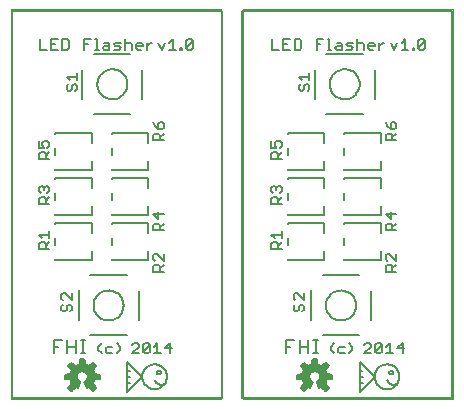
<source format=gto>
G75*
G70*
%OFA0B0*%
%FSLAX25Y25*%
%IPPOS*%
%LPD*%
%AMOC8*
5,1,8,0,0,1.08239X$1,22.5*
%
%ADD10C,0.00500*%
%ADD11C,0.00590*%
%ADD15C,0.00800*%
%ADD18C,0.00600*%
%ADD19C,0.00000*%
X0010000Y0010000D02*
G75*
%LPD*%
D19*
X0010000Y0010000D02*
X0010000Y0139960D01*
X0079950Y0139960D01*
X0079950Y0010000D01*
X0010000Y0010000D01*
D15*
X0024150Y0025400D02*
X0024150Y0029600D01*
X0026950Y0029600D01*
X0025550Y0027500D02*
X0024150Y0027500D01*
X0028750Y0027500D02*
X0031560Y0027500D01*
X0031560Y0029600D02*
X0031560Y0025400D01*
X0033360Y0025400D02*
X0034760Y0025400D01*
X0034060Y0025400D02*
X0034060Y0029600D01*
X0033360Y0029600D02*
X0034760Y0029600D01*
X0036440Y0031250D02*
X0048560Y0031250D01*
X0052500Y0036370D02*
X0052500Y0046130D01*
X0048560Y0051250D02*
X0036440Y0051250D01*
X0032500Y0046250D02*
X0032500Y0036370D01*
X0028750Y0029600D02*
X0028750Y0025400D01*
X0037500Y0041250D02*
X0037520Y0041690D01*
X0037580Y0042130D01*
X0037680Y0042560D01*
X0037810Y0042980D01*
X0037980Y0043390D01*
X0038190Y0043780D01*
X0038430Y0044150D01*
X0038700Y0044500D01*
X0039000Y0044820D01*
X0039330Y0045120D01*
X0039690Y0045380D01*
X0040060Y0045620D01*
X0040460Y0045810D01*
X0040870Y0045980D01*
X0041300Y0046100D01*
X0041730Y0046190D01*
X0042170Y0046240D01*
X0042610Y0046250D01*
X0043050Y0046220D01*
X0043490Y0046150D01*
X0043920Y0046040D01*
X0044340Y0045900D01*
X0044740Y0045720D01*
X0045130Y0045500D01*
X0045490Y0045260D01*
X0045830Y0044980D01*
X0046150Y0044670D01*
X0046440Y0044330D01*
X0046700Y0043970D01*
X0046920Y0043590D01*
X0047110Y0043190D01*
X0047260Y0042770D01*
X0047380Y0042350D01*
X0047460Y0041910D01*
X0047500Y0041470D01*
X0047500Y0041030D01*
X0047460Y0040590D01*
X0047380Y0040150D01*
X0047260Y0039730D01*
X0047110Y0039310D01*
X0046920Y0038910D01*
X0046700Y0038530D01*
X0046440Y0038170D01*
X0046150Y0037830D01*
X0045830Y0037520D01*
X0045490Y0037240D01*
X0045130Y0037000D01*
X0044740Y0036780D01*
X0044340Y0036600D01*
X0043920Y0036460D01*
X0043490Y0036350D01*
X0043050Y0036280D01*
X0042610Y0036250D01*
X0042170Y0036260D01*
X0041730Y0036310D01*
X0041300Y0036400D01*
X0040870Y0036520D01*
X0040460Y0036690D01*
X0040060Y0036880D01*
X0039690Y0037120D01*
X0039330Y0037380D01*
X0039000Y0037680D01*
X0038700Y0038000D01*
X0038430Y0038350D01*
X0038190Y0038720D01*
X0037980Y0039110D01*
X0037810Y0039520D01*
X0037680Y0039940D01*
X0037580Y0040370D01*
X0037520Y0040810D01*
X0037500Y0041250D01*
X0048750Y0022500D02*
X0048750Y0019500D01*
X0049650Y0019500D01*
X0048750Y0019500D02*
X0048750Y0017500D01*
X0049750Y0017500D01*
X0048750Y0017500D02*
X0048750Y0015500D01*
X0049750Y0015500D01*
X0048750Y0015500D02*
X0048750Y0012500D01*
X0053750Y0017500D01*
X0048750Y0022500D01*
X0053730Y0017500D02*
X0053750Y0017900D01*
X0053810Y0018300D01*
X0053910Y0018700D01*
X0054040Y0019080D01*
X0054220Y0019440D01*
X0054420Y0019790D01*
X0054670Y0020110D01*
X0054940Y0020410D01*
X0055240Y0020680D01*
X0055560Y0020930D01*
X0055910Y0021130D01*
X0056270Y0021310D01*
X0056650Y0021440D01*
X0057050Y0021540D01*
X0057450Y0021600D01*
X0057850Y0021620D01*
X0058250Y0021600D01*
X0058650Y0021540D01*
X0059050Y0021440D01*
X0059430Y0021310D01*
X0059790Y0021130D01*
X0060140Y0020930D01*
X0060460Y0020680D01*
X0060760Y0020410D01*
X0061030Y0020110D01*
X0061280Y0019790D01*
X0061480Y0019440D01*
X0061660Y0019080D01*
X0061790Y0018700D01*
X0061890Y0018300D01*
X0061950Y0017900D01*
X0061970Y0017500D01*
X0061950Y0017100D01*
X0061890Y0016700D01*
X0061790Y0016300D01*
X0061660Y0015920D01*
X0061480Y0015560D01*
X0061280Y0015210D01*
X0061030Y0014890D01*
X0060760Y0014590D01*
X0060460Y0014320D01*
X0060140Y0014070D01*
X0059790Y0013870D01*
X0059430Y0013690D01*
X0059050Y0013560D01*
X0058650Y0013460D01*
X0058250Y0013400D01*
X0057850Y0013380D01*
X0057450Y0013400D01*
X0057050Y0013460D01*
X0056650Y0013560D01*
X0056270Y0013690D01*
X0055910Y0013870D01*
X0055560Y0014070D01*
X0055240Y0014320D01*
X0054940Y0014590D01*
X0054670Y0014890D01*
X0054420Y0015210D01*
X0054220Y0015560D01*
X0054040Y0015920D01*
X0053910Y0016300D01*
X0053810Y0016700D01*
X0053750Y0017100D01*
X0053730Y0017500D01*
X0058610Y0018900D02*
X0058630Y0019050D01*
X0058680Y0019200D01*
X0058770Y0019320D01*
X0058890Y0019430D01*
X0059020Y0019500D01*
X0059170Y0019540D01*
X0059330Y0019540D01*
X0059480Y0019500D01*
X0059610Y0019430D01*
X0059730Y0019320D01*
X0059820Y0019200D01*
X0059870Y0019050D01*
X0059890Y0018900D01*
X0059870Y0018750D01*
X0059820Y0018600D01*
X0059730Y0018480D01*
X0059610Y0018370D01*
X0059480Y0018300D01*
X0059330Y0018260D01*
X0059170Y0018260D01*
X0059020Y0018300D01*
X0058890Y0018370D01*
X0058770Y0018480D01*
X0058680Y0018600D01*
X0058630Y0018750D01*
X0058610Y0018900D01*
X0057950Y0016400D02*
X0058040Y0016140D01*
X0058150Y0015900D01*
X0058290Y0015680D01*
X0058470Y0015470D01*
X0058660Y0015290D01*
X0058880Y0015140D01*
X0059120Y0015010D01*
X0059370Y0014920D01*
X0059630Y0014860D01*
X0059890Y0014830D01*
X0060160Y0014840D01*
X0060420Y0014880D01*
X0060680Y0014950D01*
X0060920Y0015060D01*
X0061150Y0015200D01*
X0049810Y0105000D02*
X0037690Y0105000D01*
X0033750Y0110120D02*
X0033750Y0119880D01*
X0037690Y0125000D02*
X0049810Y0125000D01*
X0053750Y0119880D02*
X0053750Y0110000D01*
X0038750Y0115000D02*
X0038770Y0115440D01*
X0038830Y0115880D01*
X0038930Y0116310D01*
X0039060Y0116730D01*
X0039230Y0117140D01*
X0039440Y0117530D01*
X0039680Y0117900D01*
X0039950Y0118250D01*
X0040250Y0118570D01*
X0040580Y0118870D01*
X0040940Y0119130D01*
X0041310Y0119370D01*
X0041710Y0119560D01*
X0042120Y0119730D01*
X0042550Y0119850D01*
X0042980Y0119940D01*
X0043420Y0119990D01*
X0043860Y0120000D01*
X0044300Y0119970D01*
X0044740Y0119900D01*
X0045170Y0119790D01*
X0045590Y0119650D01*
X0045990Y0119470D01*
X0046380Y0119250D01*
X0046740Y0119010D01*
X0047080Y0118730D01*
X0047400Y0118420D01*
X0047690Y0118080D01*
X0047950Y0117720D01*
X0048170Y0117340D01*
X0048360Y0116940D01*
X0048510Y0116520D01*
X0048630Y0116100D01*
X0048710Y0115660D01*
X0048750Y0115220D01*
X0048750Y0114780D01*
X0048710Y0114340D01*
X0048630Y0113900D01*
X0048510Y0113480D01*
X0048360Y0113060D01*
X0048170Y0112660D01*
X0047950Y0112280D01*
X0047690Y0111920D01*
X0047400Y0111580D01*
X0047080Y0111270D01*
X0046740Y0110990D01*
X0046380Y0110750D01*
X0045990Y0110530D01*
X0045590Y0110350D01*
X0045170Y0110210D01*
X0044740Y0110100D01*
X0044300Y0110030D01*
X0043860Y0110000D01*
X0043420Y0110010D01*
X0042980Y0110060D01*
X0042550Y0110150D01*
X0042120Y0110270D01*
X0041710Y0110440D01*
X0041310Y0110630D01*
X0040940Y0110870D01*
X0040580Y0111130D01*
X0040250Y0111430D01*
X0039950Y0111750D01*
X0039680Y0112100D01*
X0039440Y0112470D01*
X0039230Y0112860D01*
X0039060Y0113270D01*
X0038930Y0113690D01*
X0038830Y0114120D01*
X0038770Y0114560D01*
X0038750Y0115000D01*
D18*
X0031950Y0114390D02*
X0031950Y0113250D01*
X0031380Y0112680D01*
X0030250Y0113250D02*
X0030250Y0114390D01*
X0030820Y0114950D01*
X0031380Y0114950D01*
X0031950Y0114390D01*
X0030250Y0113250D02*
X0029680Y0112680D01*
X0029110Y0112680D01*
X0028550Y0113250D01*
X0028550Y0114390D01*
X0029110Y0114950D01*
X0029680Y0116370D02*
X0028550Y0117500D01*
X0031950Y0117500D01*
X0031950Y0116370D02*
X0031950Y0118640D01*
X0034410Y0126550D02*
X0034410Y0129950D01*
X0036680Y0129950D01*
X0038090Y0129950D02*
X0038660Y0129950D01*
X0038660Y0126550D01*
X0038090Y0126550D02*
X0039230Y0126550D01*
X0040550Y0127120D02*
X0041110Y0126550D01*
X0042810Y0126550D01*
X0042810Y0128250D01*
X0042250Y0128820D01*
X0041110Y0128820D01*
X0041110Y0127680D02*
X0042810Y0127680D01*
X0044230Y0128250D02*
X0044800Y0127680D01*
X0045930Y0127680D01*
X0046500Y0127120D01*
X0045930Y0126550D01*
X0044230Y0126550D01*
X0044230Y0128250D02*
X0044800Y0128820D01*
X0046500Y0128820D01*
X0047910Y0128250D02*
X0048480Y0128820D01*
X0049610Y0128820D01*
X0050180Y0128250D01*
X0050180Y0126550D01*
X0051600Y0127120D02*
X0051600Y0128250D01*
X0052160Y0128820D01*
X0053300Y0128820D01*
X0053860Y0128250D01*
X0053860Y0127680D01*
X0051600Y0127680D01*
X0051600Y0127120D02*
X0052160Y0126550D01*
X0053300Y0126550D01*
X0055280Y0126550D02*
X0055280Y0128820D01*
X0056410Y0128820D02*
X0055280Y0127680D01*
X0056410Y0128820D02*
X0056980Y0128820D01*
X0059050Y0128820D02*
X0060180Y0126550D01*
X0061320Y0128820D01*
X0062730Y0128820D02*
X0063870Y0129950D01*
X0063870Y0126550D01*
X0065000Y0126550D02*
X0062730Y0126550D01*
X0066420Y0126550D02*
X0066980Y0126550D01*
X0066980Y0127120D01*
X0066420Y0127120D01*
X0066420Y0126550D01*
X0068260Y0127120D02*
X0068830Y0126550D01*
X0069960Y0126550D01*
X0070530Y0127120D01*
X0070530Y0129390D01*
X0068260Y0127120D01*
X0068260Y0129390D01*
X0068830Y0129950D01*
X0069960Y0129950D01*
X0070530Y0129390D01*
X0060260Y0102260D02*
X0059690Y0102260D01*
X0059120Y0101690D01*
X0059120Y0099990D01*
X0060260Y0099990D01*
X0060830Y0100560D01*
X0060830Y0101690D01*
X0060260Y0102260D01*
X0057990Y0101130D02*
X0059120Y0099990D01*
X0059120Y0098580D02*
X0059690Y0098010D01*
X0059690Y0096310D01*
X0059690Y0097440D02*
X0060830Y0098580D01*
X0060830Y0096310D02*
X0057420Y0096310D01*
X0057420Y0098010D01*
X0057990Y0098580D01*
X0059120Y0098580D01*
X0057990Y0101130D02*
X0057420Y0102260D01*
X0047910Y0126550D02*
X0047910Y0129950D01*
X0041110Y0127680D02*
X0040550Y0127120D01*
X0035540Y0128250D02*
X0034410Y0128250D01*
X0029310Y0127120D02*
X0029310Y0129390D01*
X0028740Y0129950D01*
X0027040Y0129950D01*
X0027040Y0126550D01*
X0028740Y0126550D01*
X0029310Y0127120D01*
X0025630Y0126550D02*
X0023360Y0126550D01*
X0023360Y0129950D01*
X0025630Y0129950D01*
X0024490Y0128250D02*
X0023360Y0128250D01*
X0021940Y0126550D02*
X0019680Y0126550D01*
X0019680Y0129950D01*
X0019300Y0096010D02*
X0019300Y0093740D01*
X0021000Y0093740D01*
X0020430Y0094880D01*
X0020430Y0095440D01*
X0021000Y0096010D01*
X0022130Y0096010D01*
X0022700Y0095440D01*
X0022700Y0094310D01*
X0022130Y0093740D01*
X0022700Y0092330D02*
X0021570Y0091190D01*
X0021570Y0091760D02*
X0021570Y0090060D01*
X0021570Y0091760D02*
X0021000Y0092330D01*
X0019870Y0092330D01*
X0019300Y0091760D01*
X0019300Y0090060D01*
X0022700Y0090060D01*
X0022130Y0081010D02*
X0021570Y0081010D01*
X0021000Y0080440D01*
X0021000Y0079880D01*
X0021000Y0080440D02*
X0020430Y0081010D01*
X0019870Y0081010D01*
X0019300Y0080440D01*
X0019300Y0079310D01*
X0019870Y0078740D01*
X0019870Y0077330D02*
X0021000Y0077330D01*
X0021570Y0076760D01*
X0021570Y0075060D01*
X0021570Y0076190D02*
X0022700Y0077330D01*
X0022130Y0078740D02*
X0022700Y0079310D01*
X0022700Y0080440D01*
X0022130Y0081010D01*
X0019870Y0077330D02*
X0019300Y0076760D01*
X0019300Y0075060D01*
X0022700Y0075060D01*
X0022700Y0066010D02*
X0022700Y0063740D01*
X0022700Y0064880D02*
X0019300Y0064880D01*
X0020430Y0063740D01*
X0019870Y0062330D02*
X0021000Y0062330D01*
X0021570Y0061760D01*
X0021570Y0060060D01*
X0021570Y0061190D02*
X0022700Y0062330D01*
X0022700Y0060060D02*
X0019300Y0060060D01*
X0019300Y0061760D01*
X0019870Y0062330D01*
X0027360Y0045250D02*
X0026800Y0044680D01*
X0026800Y0043550D01*
X0027360Y0042980D01*
X0027360Y0041570D02*
X0026800Y0041000D01*
X0026800Y0039870D01*
X0027360Y0039300D01*
X0027930Y0039300D01*
X0028500Y0039870D01*
X0028500Y0041000D01*
X0029070Y0041570D01*
X0029630Y0041570D01*
X0030200Y0041000D01*
X0030200Y0039870D01*
X0029630Y0039300D01*
X0030200Y0042980D02*
X0027930Y0045250D01*
X0027360Y0045250D01*
X0030200Y0045250D02*
X0030200Y0042980D01*
X0040180Y0028700D02*
X0039050Y0027570D01*
X0039050Y0026430D01*
X0040180Y0025300D01*
X0041510Y0025870D02*
X0042070Y0025300D01*
X0043770Y0025300D01*
X0045190Y0025300D02*
X0046320Y0026430D01*
X0046320Y0027570D01*
X0045190Y0028700D01*
X0043770Y0027570D02*
X0042070Y0027570D01*
X0041510Y0027000D01*
X0041510Y0025870D01*
X0050300Y0025300D02*
X0052570Y0027570D01*
X0052570Y0028140D01*
X0052000Y0028700D01*
X0050870Y0028700D01*
X0050300Y0028140D01*
X0050300Y0025300D02*
X0052570Y0025300D01*
X0053980Y0025870D02*
X0056250Y0028140D01*
X0056250Y0025870D01*
X0055680Y0025300D01*
X0054550Y0025300D01*
X0053980Y0025870D01*
X0053980Y0028140D01*
X0054550Y0028700D01*
X0055680Y0028700D01*
X0056250Y0028140D01*
X0057670Y0027570D02*
X0058800Y0028700D01*
X0058800Y0025300D01*
X0057670Y0025300D02*
X0059930Y0025300D01*
X0061350Y0027000D02*
X0063620Y0027000D01*
X0063050Y0025300D02*
X0063050Y0028700D01*
X0061350Y0027000D01*
X0060830Y0052560D02*
X0057420Y0052560D01*
X0057420Y0054260D01*
X0057990Y0054830D01*
X0059120Y0054830D01*
X0059690Y0054260D01*
X0059690Y0052560D01*
X0059690Y0053690D02*
X0060830Y0054830D01*
X0060830Y0056240D02*
X0058560Y0058510D01*
X0057990Y0058510D01*
X0057420Y0057940D01*
X0057420Y0056810D01*
X0057990Y0056240D01*
X0060830Y0056240D02*
X0060830Y0058510D01*
X0060830Y0066310D02*
X0057420Y0066310D01*
X0057420Y0068010D01*
X0057990Y0068580D01*
X0059120Y0068580D01*
X0059690Y0068010D01*
X0059690Y0066310D01*
X0059690Y0067440D02*
X0060830Y0068580D01*
X0059120Y0069990D02*
X0059120Y0072260D01*
X0057420Y0071690D02*
X0059120Y0069990D01*
X0057420Y0071690D02*
X0060830Y0071690D01*
D11*
X0034470Y0023360D02*
X0033030Y0023360D01*
X0032840Y0021460D01*
X0032200Y0021250D01*
X0031600Y0020940D01*
X0030110Y0022150D01*
X0029100Y0021140D01*
X0030310Y0019650D01*
X0030000Y0019050D01*
X0029790Y0018410D01*
X0027890Y0018220D01*
X0027890Y0016780D01*
X0029790Y0016590D01*
X0030000Y0015950D01*
X0030310Y0015350D01*
X0029100Y0013860D01*
X0030110Y0012850D01*
X0031600Y0014060D01*
X0032200Y0013750D01*
X0033040Y0015790D01*
X0032670Y0016010D01*
X0032350Y0016300D01*
X0032110Y0016660D01*
X0031960Y0017070D01*
X0031900Y0017500D01*
X0031960Y0017940D01*
X0032110Y0018350D01*
X0032360Y0018720D01*
X0032690Y0019010D01*
X0033080Y0019220D01*
X0033510Y0019330D01*
X0033950Y0019330D01*
X0034380Y0019230D01*
X0034770Y0019030D01*
X0035110Y0018750D01*
X0035370Y0018390D01*
X0035530Y0017980D01*
X0035590Y0017540D01*
X0035550Y0017100D01*
X0035400Y0016680D01*
X0035160Y0016310D01*
X0034840Y0016010D01*
X0034460Y0015790D01*
X0035300Y0013750D01*
X0035900Y0014060D01*
X0037390Y0012850D01*
X0038400Y0013860D01*
X0037190Y0015350D01*
X0037500Y0015950D01*
X0037710Y0016590D01*
X0039610Y0016780D01*
X0039610Y0018220D01*
X0037710Y0018410D01*
X0037500Y0019050D01*
X0037190Y0019650D01*
X0038400Y0021140D01*
X0037390Y0022150D01*
X0035900Y0020940D01*
X0035300Y0021250D01*
X0034660Y0021460D01*
X0034470Y0023360D01*
X0034480Y0023240D02*
X0033020Y0023240D01*
X0032960Y0022660D02*
X0034540Y0022660D01*
X0034600Y0022090D02*
X0032900Y0022090D01*
X0032840Y0021510D02*
X0034660Y0021510D01*
X0036600Y0021510D02*
X0038030Y0021510D01*
X0038240Y0020940D02*
X0029260Y0020940D01*
X0029470Y0021510D02*
X0030900Y0021510D01*
X0030200Y0022090D02*
X0030050Y0022090D01*
X0029730Y0020360D02*
X0037770Y0020360D01*
X0037300Y0019780D02*
X0030200Y0019780D01*
X0030080Y0019210D02*
X0033060Y0019210D01*
X0032310Y0018630D02*
X0029860Y0018630D01*
X0027890Y0018060D02*
X0032000Y0018060D01*
X0031910Y0017480D02*
X0027890Y0017480D01*
X0027890Y0016910D02*
X0032020Y0016910D01*
X0032330Y0016330D02*
X0029880Y0016330D01*
X0030100Y0015760D02*
X0033030Y0015760D01*
X0032790Y0015180D02*
X0030170Y0015180D01*
X0029700Y0014600D02*
X0032550Y0014600D01*
X0032310Y0014030D02*
X0031650Y0014030D01*
X0031560Y0014030D02*
X0029230Y0014030D01*
X0029510Y0013450D02*
X0030860Y0013450D01*
X0030150Y0012880D02*
X0030080Y0012880D01*
X0034710Y0015180D02*
X0037330Y0015180D01*
X0037400Y0015760D02*
X0034470Y0015760D01*
X0035170Y0016330D02*
X0037620Y0016330D01*
X0037800Y0014600D02*
X0034950Y0014600D01*
X0035190Y0014030D02*
X0035850Y0014030D01*
X0035940Y0014030D02*
X0038270Y0014030D01*
X0037990Y0013450D02*
X0036640Y0013450D01*
X0037350Y0012880D02*
X0037420Y0012880D01*
X0035480Y0016910D02*
X0039610Y0016910D01*
X0039610Y0017480D02*
X0035590Y0017480D01*
X0035500Y0018060D02*
X0039610Y0018060D01*
X0037640Y0018630D02*
X0035190Y0018630D01*
X0034430Y0019210D02*
X0037420Y0019210D01*
X0037300Y0022090D02*
X0037450Y0022090D01*
D10*
X0036960Y0056400D02*
X0024750Y0056400D01*
X0024750Y0056590D01*
X0024750Y0061320D02*
X0024750Y0063680D01*
X0024750Y0068410D02*
X0024750Y0068600D01*
X0036960Y0068600D01*
X0036960Y0065450D01*
X0036960Y0059550D02*
X0036960Y0056400D01*
X0043500Y0056400D02*
X0055710Y0056400D01*
X0055710Y0059550D01*
X0055710Y0065450D02*
X0055710Y0068600D01*
X0043500Y0068600D01*
X0043500Y0068410D01*
X0043500Y0071400D02*
X0055710Y0071400D01*
X0055710Y0074550D01*
X0055710Y0080450D02*
X0055710Y0083600D01*
X0043500Y0083600D01*
X0043500Y0083410D01*
X0043500Y0086400D02*
X0055710Y0086400D01*
X0055710Y0089550D01*
X0055710Y0095450D02*
X0055710Y0098600D01*
X0043500Y0098600D01*
X0043500Y0098410D01*
X0043500Y0093680D02*
X0043500Y0091320D01*
X0043500Y0086590D02*
X0043500Y0086400D01*
X0043500Y0078680D02*
X0043500Y0076320D01*
X0043500Y0071590D02*
X0043500Y0071400D01*
X0043500Y0063680D02*
X0043500Y0061320D01*
X0043500Y0056590D02*
X0043500Y0056400D01*
X0036960Y0071400D02*
X0036960Y0074550D01*
X0036960Y0071400D02*
X0024750Y0071400D01*
X0024750Y0071590D01*
X0024750Y0076320D02*
X0024750Y0078680D01*
X0024750Y0083410D02*
X0024750Y0083600D01*
X0036960Y0083600D01*
X0036960Y0080450D01*
X0036960Y0086400D02*
X0036960Y0089550D01*
X0036960Y0086400D02*
X0024750Y0086400D01*
X0024750Y0086590D01*
X0024750Y0091320D02*
X0024750Y0093680D01*
X0024750Y0098410D02*
X0024750Y0098600D01*
X0036960Y0098600D01*
X0036960Y0095450D01*
D15*
X0010400Y0010400D02*
X0010400Y0139560D01*
X0010400Y0139560D02*
X0080350Y0139560D01*
X0080350Y0139560D02*
X0080350Y0010400D01*
X0010400Y0010400D01*
X0087450Y0010000D02*
G75*
%LPD*%
D19*
X0087450Y0010000D02*
X0087450Y0139960D01*
X0157400Y0139960D01*
X0157400Y0010000D01*
X0087450Y0010000D01*
D15*
X0101600Y0025400D02*
X0101600Y0029600D01*
X0104400Y0029600D01*
X0103000Y0027500D02*
X0101600Y0027500D01*
X0106200Y0027500D02*
X0109010Y0027500D01*
X0109010Y0029600D02*
X0109010Y0025400D01*
X0110810Y0025400D02*
X0112210Y0025400D01*
X0111510Y0025400D02*
X0111510Y0029600D01*
X0110810Y0029600D02*
X0112210Y0029600D01*
X0113890Y0031250D02*
X0126010Y0031250D01*
X0129950Y0036370D02*
X0129950Y0046130D01*
X0126010Y0051250D02*
X0113890Y0051250D01*
X0109950Y0046250D02*
X0109950Y0036370D01*
X0106200Y0029600D02*
X0106200Y0025400D01*
X0114950Y0041250D02*
X0114970Y0041690D01*
X0115030Y0042130D01*
X0115130Y0042560D01*
X0115260Y0042980D01*
X0115430Y0043390D01*
X0115640Y0043780D01*
X0115880Y0044150D01*
X0116150Y0044500D01*
X0116450Y0044820D01*
X0116780Y0045120D01*
X0117140Y0045380D01*
X0117510Y0045620D01*
X0117910Y0045810D01*
X0118320Y0045980D01*
X0118750Y0046100D01*
X0119180Y0046190D01*
X0119620Y0046240D01*
X0120060Y0046250D01*
X0120500Y0046220D01*
X0120940Y0046150D01*
X0121370Y0046040D01*
X0121790Y0045900D01*
X0122190Y0045720D01*
X0122580Y0045500D01*
X0122940Y0045260D01*
X0123280Y0044980D01*
X0123600Y0044670D01*
X0123890Y0044330D01*
X0124150Y0043970D01*
X0124370Y0043590D01*
X0124560Y0043190D01*
X0124710Y0042770D01*
X0124830Y0042350D01*
X0124910Y0041910D01*
X0124950Y0041470D01*
X0124950Y0041030D01*
X0124910Y0040590D01*
X0124830Y0040150D01*
X0124710Y0039730D01*
X0124560Y0039310D01*
X0124370Y0038910D01*
X0124150Y0038530D01*
X0123890Y0038170D01*
X0123600Y0037830D01*
X0123280Y0037520D01*
X0122940Y0037240D01*
X0122580Y0037000D01*
X0122190Y0036780D01*
X0121790Y0036600D01*
X0121370Y0036460D01*
X0120940Y0036350D01*
X0120500Y0036280D01*
X0120060Y0036250D01*
X0119620Y0036260D01*
X0119180Y0036310D01*
X0118750Y0036400D01*
X0118320Y0036520D01*
X0117910Y0036690D01*
X0117510Y0036880D01*
X0117140Y0037120D01*
X0116780Y0037380D01*
X0116450Y0037680D01*
X0116150Y0038000D01*
X0115880Y0038350D01*
X0115640Y0038720D01*
X0115430Y0039110D01*
X0115260Y0039520D01*
X0115130Y0039940D01*
X0115030Y0040370D01*
X0114970Y0040810D01*
X0114950Y0041250D01*
X0126200Y0022500D02*
X0126200Y0019500D01*
X0127100Y0019500D01*
X0126200Y0019500D02*
X0126200Y0017500D01*
X0127200Y0017500D01*
X0126200Y0017500D02*
X0126200Y0015500D01*
X0127200Y0015500D01*
X0126200Y0015500D02*
X0126200Y0012500D01*
X0131200Y0017500D01*
X0126200Y0022500D01*
X0131180Y0017500D02*
X0131200Y0017900D01*
X0131260Y0018300D01*
X0131360Y0018700D01*
X0131490Y0019080D01*
X0131670Y0019440D01*
X0131870Y0019790D01*
X0132120Y0020110D01*
X0132390Y0020410D01*
X0132690Y0020680D01*
X0133010Y0020930D01*
X0133360Y0021130D01*
X0133720Y0021310D01*
X0134100Y0021440D01*
X0134500Y0021540D01*
X0134900Y0021600D01*
X0135300Y0021620D01*
X0135700Y0021600D01*
X0136100Y0021540D01*
X0136500Y0021440D01*
X0136880Y0021310D01*
X0137240Y0021130D01*
X0137590Y0020930D01*
X0137910Y0020680D01*
X0138210Y0020410D01*
X0138480Y0020110D01*
X0138730Y0019790D01*
X0138930Y0019440D01*
X0139110Y0019080D01*
X0139240Y0018700D01*
X0139340Y0018300D01*
X0139400Y0017900D01*
X0139420Y0017500D01*
X0139400Y0017100D01*
X0139340Y0016700D01*
X0139240Y0016300D01*
X0139110Y0015920D01*
X0138930Y0015560D01*
X0138730Y0015210D01*
X0138480Y0014890D01*
X0138210Y0014590D01*
X0137910Y0014320D01*
X0137590Y0014070D01*
X0137240Y0013870D01*
X0136880Y0013690D01*
X0136500Y0013560D01*
X0136100Y0013460D01*
X0135700Y0013400D01*
X0135300Y0013380D01*
X0134900Y0013400D01*
X0134500Y0013460D01*
X0134100Y0013560D01*
X0133720Y0013690D01*
X0133360Y0013870D01*
X0133010Y0014070D01*
X0132690Y0014320D01*
X0132390Y0014590D01*
X0132120Y0014890D01*
X0131870Y0015210D01*
X0131670Y0015560D01*
X0131490Y0015920D01*
X0131360Y0016300D01*
X0131260Y0016700D01*
X0131200Y0017100D01*
X0131180Y0017500D01*
X0136060Y0018900D02*
X0136080Y0019050D01*
X0136130Y0019200D01*
X0136220Y0019320D01*
X0136340Y0019430D01*
X0136470Y0019500D01*
X0136620Y0019540D01*
X0136780Y0019540D01*
X0136930Y0019500D01*
X0137060Y0019430D01*
X0137180Y0019320D01*
X0137270Y0019200D01*
X0137320Y0019050D01*
X0137340Y0018900D01*
X0137320Y0018750D01*
X0137270Y0018600D01*
X0137180Y0018480D01*
X0137060Y0018370D01*
X0136930Y0018300D01*
X0136780Y0018260D01*
X0136620Y0018260D01*
X0136470Y0018300D01*
X0136340Y0018370D01*
X0136220Y0018480D01*
X0136130Y0018600D01*
X0136080Y0018750D01*
X0136060Y0018900D01*
X0135400Y0016400D02*
X0135490Y0016140D01*
X0135600Y0015900D01*
X0135740Y0015680D01*
X0135920Y0015470D01*
X0136110Y0015290D01*
X0136330Y0015140D01*
X0136570Y0015010D01*
X0136820Y0014920D01*
X0137080Y0014860D01*
X0137340Y0014830D01*
X0137610Y0014840D01*
X0137870Y0014880D01*
X0138130Y0014950D01*
X0138370Y0015060D01*
X0138600Y0015200D01*
X0127260Y0105000D02*
X0115140Y0105000D01*
X0111200Y0110120D02*
X0111200Y0119880D01*
X0115140Y0125000D02*
X0127260Y0125000D01*
X0131200Y0119880D02*
X0131200Y0110000D01*
X0116200Y0115000D02*
X0116220Y0115440D01*
X0116280Y0115880D01*
X0116380Y0116310D01*
X0116510Y0116730D01*
X0116680Y0117140D01*
X0116890Y0117530D01*
X0117130Y0117900D01*
X0117400Y0118250D01*
X0117700Y0118570D01*
X0118030Y0118870D01*
X0118390Y0119130D01*
X0118760Y0119370D01*
X0119160Y0119560D01*
X0119570Y0119730D01*
X0120000Y0119850D01*
X0120430Y0119940D01*
X0120870Y0119990D01*
X0121310Y0120000D01*
X0121750Y0119970D01*
X0122190Y0119900D01*
X0122620Y0119790D01*
X0123040Y0119650D01*
X0123440Y0119470D01*
X0123830Y0119250D01*
X0124190Y0119010D01*
X0124530Y0118730D01*
X0124850Y0118420D01*
X0125140Y0118080D01*
X0125400Y0117720D01*
X0125620Y0117340D01*
X0125810Y0116940D01*
X0125960Y0116520D01*
X0126080Y0116100D01*
X0126160Y0115660D01*
X0126200Y0115220D01*
X0126200Y0114780D01*
X0126160Y0114340D01*
X0126080Y0113900D01*
X0125960Y0113480D01*
X0125810Y0113060D01*
X0125620Y0112660D01*
X0125400Y0112280D01*
X0125140Y0111920D01*
X0124850Y0111580D01*
X0124530Y0111270D01*
X0124190Y0110990D01*
X0123830Y0110750D01*
X0123440Y0110530D01*
X0123040Y0110350D01*
X0122620Y0110210D01*
X0122190Y0110100D01*
X0121750Y0110030D01*
X0121310Y0110000D01*
X0120870Y0110010D01*
X0120430Y0110060D01*
X0120000Y0110150D01*
X0119570Y0110270D01*
X0119160Y0110440D01*
X0118760Y0110630D01*
X0118390Y0110870D01*
X0118030Y0111130D01*
X0117700Y0111430D01*
X0117400Y0111750D01*
X0117130Y0112100D01*
X0116890Y0112470D01*
X0116680Y0112860D01*
X0116510Y0113270D01*
X0116380Y0113690D01*
X0116280Y0114120D01*
X0116220Y0114560D01*
X0116200Y0115000D01*
D18*
X0109400Y0114390D02*
X0109400Y0113250D01*
X0108830Y0112680D01*
X0107700Y0113250D02*
X0107700Y0114390D01*
X0108270Y0114950D01*
X0108830Y0114950D01*
X0109400Y0114390D01*
X0107700Y0113250D02*
X0107130Y0112680D01*
X0106560Y0112680D01*
X0106000Y0113250D01*
X0106000Y0114390D01*
X0106560Y0114950D01*
X0107130Y0116370D02*
X0106000Y0117500D01*
X0109400Y0117500D01*
X0109400Y0116370D02*
X0109400Y0118640D01*
X0111860Y0126550D02*
X0111860Y0129950D01*
X0114130Y0129950D01*
X0115540Y0129950D02*
X0116110Y0129950D01*
X0116110Y0126550D01*
X0115540Y0126550D02*
X0116680Y0126550D01*
X0118000Y0127120D02*
X0118560Y0126550D01*
X0120260Y0126550D01*
X0120260Y0128250D01*
X0119700Y0128820D01*
X0118560Y0128820D01*
X0118560Y0127680D02*
X0120260Y0127680D01*
X0121680Y0128250D02*
X0122250Y0127680D01*
X0123380Y0127680D01*
X0123950Y0127120D01*
X0123380Y0126550D01*
X0121680Y0126550D01*
X0121680Y0128250D02*
X0122250Y0128820D01*
X0123950Y0128820D01*
X0125360Y0128250D02*
X0125930Y0128820D01*
X0127060Y0128820D01*
X0127630Y0128250D01*
X0127630Y0126550D01*
X0129050Y0127120D02*
X0129050Y0128250D01*
X0129610Y0128820D01*
X0130750Y0128820D01*
X0131310Y0128250D01*
X0131310Y0127680D01*
X0129050Y0127680D01*
X0129050Y0127120D02*
X0129610Y0126550D01*
X0130750Y0126550D01*
X0132730Y0126550D02*
X0132730Y0128820D01*
X0133860Y0128820D02*
X0132730Y0127680D01*
X0133860Y0128820D02*
X0134430Y0128820D01*
X0136500Y0128820D02*
X0137630Y0126550D01*
X0138770Y0128820D01*
X0140180Y0128820D02*
X0141320Y0129950D01*
X0141320Y0126550D01*
X0142450Y0126550D02*
X0140180Y0126550D01*
X0143870Y0126550D02*
X0144430Y0126550D01*
X0144430Y0127120D01*
X0143870Y0127120D01*
X0143870Y0126550D01*
X0145710Y0127120D02*
X0146280Y0126550D01*
X0147410Y0126550D01*
X0147980Y0127120D01*
X0147980Y0129390D01*
X0145710Y0127120D01*
X0145710Y0129390D01*
X0146280Y0129950D01*
X0147410Y0129950D01*
X0147980Y0129390D01*
X0137710Y0102260D02*
X0137140Y0102260D01*
X0136570Y0101690D01*
X0136570Y0099990D01*
X0137710Y0099990D01*
X0138280Y0100560D01*
X0138280Y0101690D01*
X0137710Y0102260D01*
X0135440Y0101130D02*
X0136570Y0099990D01*
X0136570Y0098580D02*
X0137140Y0098010D01*
X0137140Y0096310D01*
X0137140Y0097440D02*
X0138280Y0098580D01*
X0138280Y0096310D02*
X0134870Y0096310D01*
X0134870Y0098010D01*
X0135440Y0098580D01*
X0136570Y0098580D01*
X0135440Y0101130D02*
X0134870Y0102260D01*
X0125360Y0126550D02*
X0125360Y0129950D01*
X0118560Y0127680D02*
X0118000Y0127120D01*
X0112990Y0128250D02*
X0111860Y0128250D01*
X0106760Y0127120D02*
X0106760Y0129390D01*
X0106190Y0129950D01*
X0104490Y0129950D01*
X0104490Y0126550D01*
X0106190Y0126550D01*
X0106760Y0127120D01*
X0103080Y0126550D02*
X0100810Y0126550D01*
X0100810Y0129950D01*
X0103080Y0129950D01*
X0101940Y0128250D02*
X0100810Y0128250D01*
X0099390Y0126550D02*
X0097130Y0126550D01*
X0097130Y0129950D01*
X0096750Y0096010D02*
X0096750Y0093740D01*
X0098450Y0093740D01*
X0097880Y0094880D01*
X0097880Y0095440D01*
X0098450Y0096010D01*
X0099580Y0096010D01*
X0100150Y0095440D01*
X0100150Y0094310D01*
X0099580Y0093740D01*
X0100150Y0092330D02*
X0099020Y0091190D01*
X0099020Y0091760D02*
X0099020Y0090060D01*
X0099020Y0091760D02*
X0098450Y0092330D01*
X0097320Y0092330D01*
X0096750Y0091760D01*
X0096750Y0090060D01*
X0100150Y0090060D01*
X0099580Y0081010D02*
X0099020Y0081010D01*
X0098450Y0080440D01*
X0098450Y0079880D01*
X0098450Y0080440D02*
X0097880Y0081010D01*
X0097320Y0081010D01*
X0096750Y0080440D01*
X0096750Y0079310D01*
X0097320Y0078740D01*
X0097320Y0077330D02*
X0098450Y0077330D01*
X0099020Y0076760D01*
X0099020Y0075060D01*
X0099020Y0076190D02*
X0100150Y0077330D01*
X0099580Y0078740D02*
X0100150Y0079310D01*
X0100150Y0080440D01*
X0099580Y0081010D01*
X0097320Y0077330D02*
X0096750Y0076760D01*
X0096750Y0075060D01*
X0100150Y0075060D01*
X0100150Y0066010D02*
X0100150Y0063740D01*
X0100150Y0064880D02*
X0096750Y0064880D01*
X0097880Y0063740D01*
X0097320Y0062330D02*
X0098450Y0062330D01*
X0099020Y0061760D01*
X0099020Y0060060D01*
X0099020Y0061190D02*
X0100150Y0062330D01*
X0100150Y0060060D02*
X0096750Y0060060D01*
X0096750Y0061760D01*
X0097320Y0062330D01*
X0104810Y0045250D02*
X0104250Y0044680D01*
X0104250Y0043550D01*
X0104810Y0042980D01*
X0104810Y0041570D02*
X0104250Y0041000D01*
X0104250Y0039870D01*
X0104810Y0039300D01*
X0105380Y0039300D01*
X0105950Y0039870D01*
X0105950Y0041000D01*
X0106520Y0041570D01*
X0107080Y0041570D01*
X0107650Y0041000D01*
X0107650Y0039870D01*
X0107080Y0039300D01*
X0107650Y0042980D02*
X0105380Y0045250D01*
X0104810Y0045250D01*
X0107650Y0045250D02*
X0107650Y0042980D01*
X0117630Y0028700D02*
X0116500Y0027570D01*
X0116500Y0026430D01*
X0117630Y0025300D01*
X0118960Y0025870D02*
X0119520Y0025300D01*
X0121220Y0025300D01*
X0122640Y0025300D02*
X0123770Y0026430D01*
X0123770Y0027570D01*
X0122640Y0028700D01*
X0121220Y0027570D02*
X0119520Y0027570D01*
X0118960Y0027000D01*
X0118960Y0025870D01*
X0127750Y0025300D02*
X0130020Y0027570D01*
X0130020Y0028140D01*
X0129450Y0028700D01*
X0128320Y0028700D01*
X0127750Y0028140D01*
X0127750Y0025300D02*
X0130020Y0025300D01*
X0131430Y0025870D02*
X0133700Y0028140D01*
X0133700Y0025870D01*
X0133130Y0025300D01*
X0132000Y0025300D01*
X0131430Y0025870D01*
X0131430Y0028140D01*
X0132000Y0028700D01*
X0133130Y0028700D01*
X0133700Y0028140D01*
X0135120Y0027570D02*
X0136250Y0028700D01*
X0136250Y0025300D01*
X0135120Y0025300D02*
X0137380Y0025300D01*
X0138800Y0027000D02*
X0141070Y0027000D01*
X0140500Y0025300D02*
X0140500Y0028700D01*
X0138800Y0027000D01*
X0138280Y0052560D02*
X0134870Y0052560D01*
X0134870Y0054260D01*
X0135440Y0054830D01*
X0136570Y0054830D01*
X0137140Y0054260D01*
X0137140Y0052560D01*
X0137140Y0053690D02*
X0138280Y0054830D01*
X0138280Y0056240D02*
X0136010Y0058510D01*
X0135440Y0058510D01*
X0134870Y0057940D01*
X0134870Y0056810D01*
X0135440Y0056240D01*
X0138280Y0056240D02*
X0138280Y0058510D01*
X0138280Y0066310D02*
X0134870Y0066310D01*
X0134870Y0068010D01*
X0135440Y0068580D01*
X0136570Y0068580D01*
X0137140Y0068010D01*
X0137140Y0066310D01*
X0137140Y0067440D02*
X0138280Y0068580D01*
X0136570Y0069990D02*
X0136570Y0072260D01*
X0134870Y0071690D02*
X0136570Y0069990D01*
X0134870Y0071690D02*
X0138280Y0071690D01*
D11*
X0111920Y0023360D02*
X0110480Y0023360D01*
X0110290Y0021460D01*
X0109650Y0021250D01*
X0109050Y0020940D01*
X0107560Y0022150D01*
X0106550Y0021140D01*
X0107760Y0019650D01*
X0107450Y0019050D01*
X0107240Y0018410D01*
X0105340Y0018220D01*
X0105340Y0016780D01*
X0107240Y0016590D01*
X0107450Y0015950D01*
X0107760Y0015350D01*
X0106550Y0013860D01*
X0107560Y0012850D01*
X0109050Y0014060D01*
X0109650Y0013750D01*
X0110490Y0015790D01*
X0110120Y0016010D01*
X0109800Y0016300D01*
X0109560Y0016660D01*
X0109410Y0017070D01*
X0109350Y0017500D01*
X0109410Y0017940D01*
X0109560Y0018350D01*
X0109810Y0018720D01*
X0110140Y0019010D01*
X0110530Y0019220D01*
X0110960Y0019330D01*
X0111400Y0019330D01*
X0111830Y0019230D01*
X0112220Y0019030D01*
X0112560Y0018750D01*
X0112820Y0018390D01*
X0112980Y0017980D01*
X0113040Y0017540D01*
X0113000Y0017100D01*
X0112850Y0016680D01*
X0112610Y0016310D01*
X0112290Y0016010D01*
X0111910Y0015790D01*
X0112750Y0013750D01*
X0113350Y0014060D01*
X0114840Y0012850D01*
X0115850Y0013860D01*
X0114640Y0015350D01*
X0114950Y0015950D01*
X0115160Y0016590D01*
X0117060Y0016780D01*
X0117060Y0018220D01*
X0115160Y0018410D01*
X0114950Y0019050D01*
X0114640Y0019650D01*
X0115850Y0021140D01*
X0114840Y0022150D01*
X0113350Y0020940D01*
X0112750Y0021250D01*
X0112110Y0021460D01*
X0111920Y0023360D01*
X0111930Y0023240D02*
X0110470Y0023240D01*
X0110410Y0022660D02*
X0111990Y0022660D01*
X0112050Y0022090D02*
X0110350Y0022090D01*
X0110290Y0021510D02*
X0112110Y0021510D01*
X0114050Y0021510D02*
X0115480Y0021510D01*
X0115690Y0020940D02*
X0106710Y0020940D01*
X0106920Y0021510D02*
X0108350Y0021510D01*
X0107650Y0022090D02*
X0107500Y0022090D01*
X0107180Y0020360D02*
X0115220Y0020360D01*
X0114750Y0019780D02*
X0107650Y0019780D01*
X0107530Y0019210D02*
X0110510Y0019210D01*
X0109760Y0018630D02*
X0107310Y0018630D01*
X0105340Y0018060D02*
X0109450Y0018060D01*
X0109360Y0017480D02*
X0105340Y0017480D01*
X0105340Y0016910D02*
X0109470Y0016910D01*
X0109780Y0016330D02*
X0107330Y0016330D01*
X0107550Y0015760D02*
X0110480Y0015760D01*
X0110240Y0015180D02*
X0107620Y0015180D01*
X0107150Y0014600D02*
X0110000Y0014600D01*
X0109760Y0014030D02*
X0109100Y0014030D01*
X0109010Y0014030D02*
X0106680Y0014030D01*
X0106960Y0013450D02*
X0108310Y0013450D01*
X0107600Y0012880D02*
X0107530Y0012880D01*
X0112160Y0015180D02*
X0114780Y0015180D01*
X0114850Y0015760D02*
X0111920Y0015760D01*
X0112620Y0016330D02*
X0115070Y0016330D01*
X0115250Y0014600D02*
X0112400Y0014600D01*
X0112640Y0014030D02*
X0113300Y0014030D01*
X0113390Y0014030D02*
X0115720Y0014030D01*
X0115440Y0013450D02*
X0114090Y0013450D01*
X0114800Y0012880D02*
X0114870Y0012880D01*
X0112930Y0016910D02*
X0117060Y0016910D01*
X0117060Y0017480D02*
X0113040Y0017480D01*
X0112950Y0018060D02*
X0117060Y0018060D01*
X0115090Y0018630D02*
X0112640Y0018630D01*
X0111880Y0019210D02*
X0114870Y0019210D01*
X0114750Y0022090D02*
X0114900Y0022090D01*
D10*
X0114410Y0056400D02*
X0102200Y0056400D01*
X0102200Y0056590D01*
X0102200Y0061320D02*
X0102200Y0063680D01*
X0102200Y0068410D02*
X0102200Y0068600D01*
X0114410Y0068600D01*
X0114410Y0065450D01*
X0114410Y0059550D02*
X0114410Y0056400D01*
X0120950Y0056400D02*
X0133160Y0056400D01*
X0133160Y0059550D01*
X0133160Y0065450D02*
X0133160Y0068600D01*
X0120950Y0068600D01*
X0120950Y0068410D01*
X0120950Y0071400D02*
X0133160Y0071400D01*
X0133160Y0074550D01*
X0133160Y0080450D02*
X0133160Y0083600D01*
X0120950Y0083600D01*
X0120950Y0083410D01*
X0120950Y0086400D02*
X0133160Y0086400D01*
X0133160Y0089550D01*
X0133160Y0095450D02*
X0133160Y0098600D01*
X0120950Y0098600D01*
X0120950Y0098410D01*
X0120950Y0093680D02*
X0120950Y0091320D01*
X0120950Y0086590D02*
X0120950Y0086400D01*
X0120950Y0078680D02*
X0120950Y0076320D01*
X0120950Y0071590D02*
X0120950Y0071400D01*
X0120950Y0063680D02*
X0120950Y0061320D01*
X0120950Y0056590D02*
X0120950Y0056400D01*
X0114410Y0071400D02*
X0114410Y0074550D01*
X0114410Y0071400D02*
X0102200Y0071400D01*
X0102200Y0071590D01*
X0102200Y0076320D02*
X0102200Y0078680D01*
X0102200Y0083410D02*
X0102200Y0083600D01*
X0114410Y0083600D01*
X0114410Y0080450D01*
X0114410Y0086400D02*
X0114410Y0089550D01*
X0114410Y0086400D02*
X0102200Y0086400D01*
X0102200Y0086590D01*
X0102200Y0091320D02*
X0102200Y0093680D01*
X0102200Y0098410D02*
X0102200Y0098600D01*
X0114410Y0098600D01*
X0114410Y0095450D01*
D15*
X0087050Y0010400D02*
X0087050Y0139560D01*
X0157000Y0139560D01*
X0157000Y0139560D02*
X0157000Y0010400D01*
X0157000Y0010400D02*
X0087050Y0010400D01*
M02*

</source>
